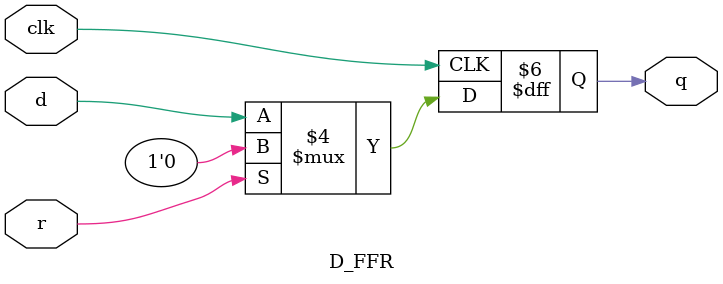
<source format=v>


module D_FFR(clk,r,d,q);
	parameter width = 1;
	input clk,r;
	input [width-1:0] d;
	output reg [width-1:0] q = 0;
	always @(posedge clk) begin
		if(r) q<={width{1'b0}};
		else q <= d;
	end
endmodule


</source>
